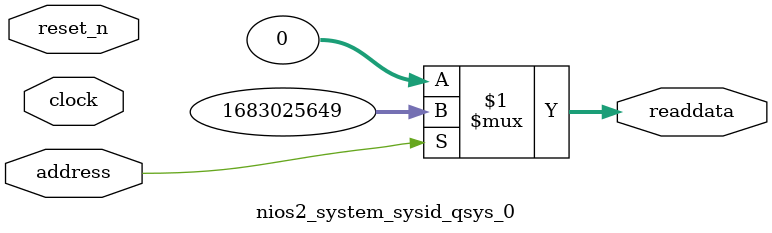
<source format=v>



// synthesis translate_off
`timescale 1ns / 1ps
// synthesis translate_on

// turn off superfluous verilog processor warnings 
// altera message_level Level1 
// altera message_off 10034 10035 10036 10037 10230 10240 10030 

module nios2_system_sysid_qsys_0 (
               // inputs:
                address,
                clock,
                reset_n,

               // outputs:
                readdata
             )
;

  output  [ 31: 0] readdata;
  input            address;
  input            clock;
  input            reset_n;

  wire    [ 31: 0] readdata;
  //control_slave, which is an e_avalon_slave
  assign readdata = address ? 1683025649 : 0;

endmodule



</source>
